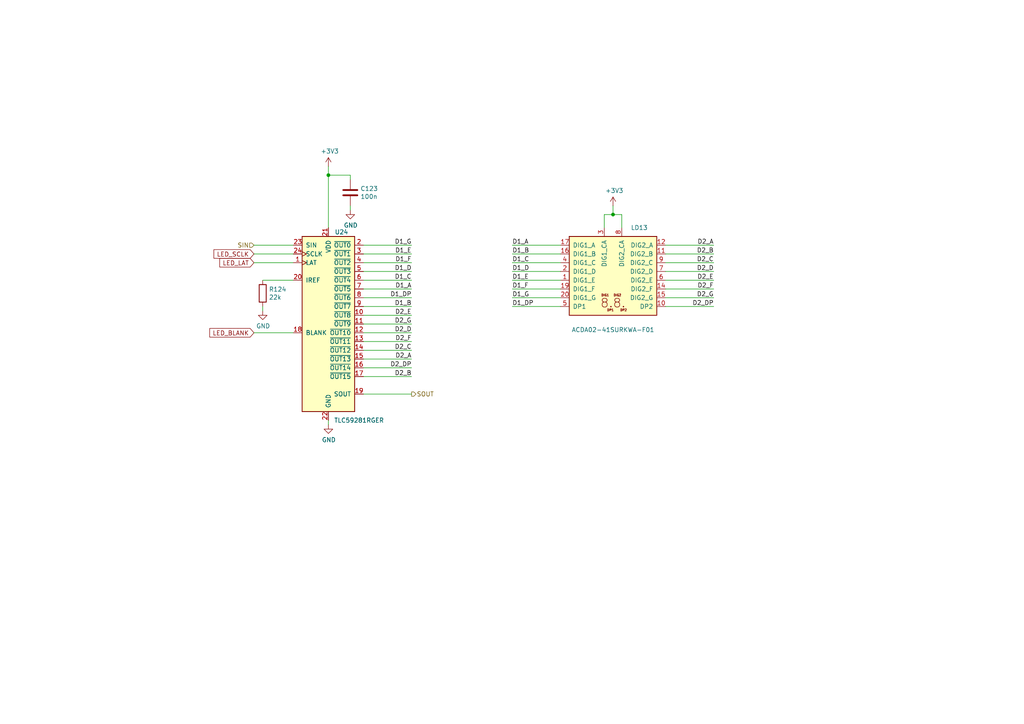
<source format=kicad_sch>
(kicad_sch (version 20210126) (generator eeschema)
  (paper "A4")
  (lib_symbols
    (symbol "Device:C" (pin_numbers hide) (pin_names (offset 0.254))
      (property "Reference" "C" (at 0.635 2.54 0))
      (property "Value" "C" (at 0.635 -2.54 0))
      (symbol "C_0_1"
        (polyline (pts (xy -2.032 -0.762) (xy 2.032 -0.762)) (stroke (width 0.508)))
        (polyline (pts (xy -2.032 0.762) (xy 2.032 0.762)) (stroke (width 0.508)))
      )
      (symbol "C_1_1"
        (pin passive line (at 0 3.81 270) (length 2.794) (name "~") (number "1"))
        (pin passive line (at 0 -3.81 90) (length 2.794) (name "~") (number "2"))
      )
    )
    (symbol "Device:R" (pin_numbers hide) (pin_names (offset 0))
      (property "Reference" "R" (at 2.032 0 90))
      (property "Value" "R" (at 0 0 90))
      (symbol "R_0_1"
        (rectangle (start -1.016 -2.54) (end 1.016 2.54) (stroke (width 0.254)))
      )
      (symbol "R_1_1"
        (pin passive line (at 0 3.81 270) (length 1.27) (name "~") (number "1"))
        (pin passive line (at 0 -3.81 90) (length 1.27) (name "~") (number "2"))
      )
    )
    (symbol "Display_WUT:ACDA02-41SURKWA-F01" (pin_names (offset 1.016))
      (property "Reference" "LD" (at 0 13.97 0))
      (property "Value" "ACDA02-41SURKWA-F01" (at 0 -11.43 0))
      (symbol "ACDA02-41SURKWA-F01_1_1"
        (text "8.8." (at 0 -6.604 0) (effects (font (size 2.54 2.54))))
        (text "DIG1" (at -2.286 -4.318 0) (effects (font (size 0.635 0.635))))
        (text "DIG2" (at 1.27 -4.318 0) (effects (font (size 0.635 0.635))))
        (text "DP1" (at -0.762 -8.636 0) (effects (font (size 0.635 0.635))))
        (text "DP2" (at 3.048 -8.636 0) (effects (font (size 0.635 0.635))))
        (rectangle (start -12.7 12.7) (end 12.7 -10.16) (stroke (width 0.254)) (fill (type background)))
        (pin input line (at -15.24 0 0) (length 2.54) (name "DIG1_E") (number "1"))
        (pin input line (at 15.24 -7.62 180) (length 2.54) (name "DP2") (number "10"))
        (pin input line (at 15.24 7.62 180) (length 2.54) (name "DIG2_B") (number "11"))
        (pin input line (at 15.24 10.16 180) (length 2.54) (name "DIG2_A") (number "12"))
        (pin input line (at 2.54 15.24 270) (length 2.54) hide (name "DIG2_CA") (number "13"))
        (pin input line (at 15.24 -2.54 180) (length 2.54) (name "DIG2_F") (number "14"))
        (pin input line (at 15.24 -5.08 180) (length 2.54) (name "DIG2_G") (number "15"))
        (pin input line (at -15.24 7.62 0) (length 2.54) (name "DIG1_B") (number "16"))
        (pin input line (at -15.24 10.16 0) (length 2.54) (name "DIG1_A") (number "17"))
        (pin input line (at -2.54 15.24 270) (length 2.54) hide (name "DIG1_CA") (number "18"))
        (pin input line (at -15.24 -2.54 0) (length 2.54) (name "DIG1_F") (number "19"))
        (pin input line (at -15.24 2.54 0) (length 2.54) (name "DIG1_D") (number "2"))
        (pin input line (at -15.24 -5.08 0) (length 2.54) (name "DIG1_G") (number "20"))
        (pin input line (at -2.54 15.24 270) (length 2.54) (name "DIG1_CA") (number "3"))
        (pin input line (at -15.24 5.08 0) (length 2.54) (name "DIG1_C") (number "4"))
        (pin input line (at -15.24 -7.62 0) (length 2.54) (name "DP1") (number "5"))
        (pin input line (at 15.24 0 180) (length 2.54) (name "DIG2_E") (number "6"))
        (pin input line (at 15.24 2.54 180) (length 2.54) (name "DIG2_D") (number "7"))
        (pin input line (at 2.54 15.24 270) (length 2.54) (name "DIG2_CA") (number "8"))
        (pin input line (at 15.24 5.08 180) (length 2.54) (name "DIG2_C") (number "9"))
      )
    )
    (symbol "IC_WUT:TLC59281RGER" (pin_names (offset 1.016))
      (property "Reference" "U" (at 3.81 26.67 0))
      (property "Value" "TLC59281RGER" (at 10.16 -26.67 0))
      (symbol "TLC59281RGER_1_1"
        (rectangle (start -7.62 25.4) (end 7.62 -25.4) (stroke (width 0.254)) (fill (type background)))
        (pin input clock (at -10.16 17.78 0) (length 2.54) (name "LAT") (number "1"))
        (pin output line (at 10.16 2.54 180) (length 2.54) (name "~OUT8") (number "10"))
        (pin output line (at 10.16 0 180) (length 2.54) (name "~OUT9") (number "11"))
        (pin output line (at 10.16 -2.54 180) (length 2.54) (name "~OUT10") (number "12"))
        (pin output line (at 10.16 -5.08 180) (length 2.54) (name "~OUT11") (number "13"))
        (pin output line (at 10.16 -7.62 180) (length 2.54) (name "~OUT12") (number "14"))
        (pin output line (at 10.16 -10.16 180) (length 2.54) (name "~OUT13") (number "15"))
        (pin output line (at 10.16 -12.7 180) (length 2.54) (name "~OUT14") (number "16"))
        (pin output line (at 10.16 -15.24 180) (length 2.54) (name "~OUT15") (number "17"))
        (pin input line (at -10.16 -2.54 0) (length 2.54) (name "BLANK") (number "18"))
        (pin output line (at 10.16 -20.32 180) (length 2.54) (name "SOUT") (number "19"))
        (pin output line (at 10.16 22.86 180) (length 2.54) (name "~OUT0") (number "2"))
        (pin passive line (at -10.16 12.7 0) (length 2.54) (name "IREF") (number "20"))
        (pin power_in line (at 0 27.94 270) (length 2.54) (name "VDD") (number "21"))
        (pin power_in line (at 0 -27.94 90) (length 2.54) (name "GND") (number "22"))
        (pin input line (at -10.16 22.86 0) (length 2.54) (name "SIN") (number "23"))
        (pin input clock (at -10.16 20.32 0) (length 2.54) (name "SCLK") (number "24"))
        (pin input line (at 0 -27.94 90) (length 2.54) hide (name "GND") (number "25"))
        (pin output line (at 10.16 20.32 180) (length 2.54) (name "~OUT1") (number "3"))
        (pin output line (at 10.16 17.78 180) (length 2.54) (name "~OUT2") (number "4"))
        (pin output line (at 10.16 15.24 180) (length 2.54) (name "~OUT3") (number "5"))
        (pin output line (at 10.16 12.7 180) (length 2.54) (name "~OUT4") (number "6"))
        (pin output line (at 10.16 10.16 180) (length 2.54) (name "~OUT5") (number "7"))
        (pin output line (at 10.16 7.62 180) (length 2.54) (name "~OUT6") (number "8"))
        (pin output line (at 10.16 5.08 180) (length 2.54) (name "~OUT7") (number "9"))
      )
    )
    (symbol "power:+3V3" (power) (pin_names (offset 0))
      (property "Value" "+3V3" (at 0 3.556 0))
      (symbol "+3V3_0_1"
        (polyline (pts (xy -0.762 1.27) (xy 0 2.54)))
        (polyline (pts (xy 0 0) (xy 0 2.54)))
        (polyline (pts (xy 0 2.54) (xy 0.762 1.27)))
      )
      (symbol "+3V3_1_1"
        (pin power_in line (at 0 0 90) (length 0) hide (name "+3V3") (number "1"))
      )
    )
    (symbol "power:GND" (power) (pin_names (offset 0))
      (property "Value" "GND" (at 0 -3.81 0))
      (symbol "GND_0_1"
        (polyline (pts (xy 0 0) (xy 0 -1.27) (xy 1.27 -1.27) (xy 0 -2.54) (xy -1.27 -1.27) (xy 0 -1.27)))
      )
      (symbol "GND_1_1"
        (pin power_in line (at 0 0 270) (length 0) hide (name "GND") (number "1"))
      )
    )
  )
  (junction (at 95.25 50.8) (diameter 0.9144))
  (junction (at 177.8 62.23) (diameter 0.9144))
  (wire (pts (xy 73.66 71.12) (xy 85.09 71.12)))
  (wire (pts (xy 73.66 73.66) (xy 85.09 73.66)))
  (wire (pts (xy 73.66 76.2) (xy 85.09 76.2)))
  (wire (pts (xy 76.2 90.17) (xy 76.2 88.9)))
  (wire (pts (xy 85.09 81.28) (xy 76.2 81.28)))
  (wire (pts (xy 85.09 96.52) (xy 73.66 96.52)))
  (wire (pts (xy 95.25 48.26) (xy 95.25 50.8)))
  (wire (pts (xy 95.25 50.8) (xy 95.25 66.04)))
  (wire (pts (xy 95.25 50.8) (xy 101.6 50.8)))
  (wire (pts (xy 95.25 123.19) (xy 95.25 121.92)))
  (wire (pts (xy 101.6 50.8) (xy 101.6 52.07)))
  (wire (pts (xy 101.6 60.96) (xy 101.6 59.69)))
  (wire (pts (xy 105.41 71.12) (xy 119.38 71.12)))
  (wire (pts (xy 105.41 73.66) (xy 119.38 73.66)))
  (wire (pts (xy 105.41 76.2) (xy 119.38 76.2)))
  (wire (pts (xy 105.41 78.74) (xy 119.38 78.74)))
  (wire (pts (xy 105.41 81.28) (xy 119.38 81.28)))
  (wire (pts (xy 105.41 83.82) (xy 119.38 83.82)))
  (wire (pts (xy 105.41 86.36) (xy 119.38 86.36)))
  (wire (pts (xy 105.41 88.9) (xy 119.38 88.9)))
  (wire (pts (xy 105.41 91.44) (xy 119.38 91.44)))
  (wire (pts (xy 105.41 93.98) (xy 119.38 93.98)))
  (wire (pts (xy 105.41 96.52) (xy 119.38 96.52)))
  (wire (pts (xy 105.41 99.06) (xy 119.38 99.06)))
  (wire (pts (xy 105.41 101.6) (xy 119.38 101.6)))
  (wire (pts (xy 105.41 104.14) (xy 119.38 104.14)))
  (wire (pts (xy 105.41 106.68) (xy 119.38 106.68)))
  (wire (pts (xy 105.41 109.22) (xy 119.38 109.22)))
  (wire (pts (xy 119.38 114.3) (xy 105.41 114.3)))
  (wire (pts (xy 162.56 71.12) (xy 148.59 71.12)))
  (wire (pts (xy 162.56 73.66) (xy 148.59 73.66)))
  (wire (pts (xy 162.56 76.2) (xy 148.59 76.2)))
  (wire (pts (xy 162.56 78.74) (xy 148.59 78.74)))
  (wire (pts (xy 162.56 81.28) (xy 148.59 81.28)))
  (wire (pts (xy 162.56 83.82) (xy 148.59 83.82)))
  (wire (pts (xy 162.56 86.36) (xy 148.59 86.36)))
  (wire (pts (xy 162.56 88.9) (xy 148.59 88.9)))
  (wire (pts (xy 175.26 62.23) (xy 175.26 66.04)))
  (wire (pts (xy 177.8 59.69) (xy 177.8 62.23)))
  (wire (pts (xy 177.8 62.23) (xy 175.26 62.23)))
  (wire (pts (xy 177.8 62.23) (xy 180.34 62.23)))
  (wire (pts (xy 180.34 62.23) (xy 180.34 66.04)))
  (wire (pts (xy 193.04 71.12) (xy 207.01 71.12)))
  (wire (pts (xy 193.04 73.66) (xy 207.01 73.66)))
  (wire (pts (xy 193.04 76.2) (xy 207.01 76.2)))
  (wire (pts (xy 193.04 78.74) (xy 207.01 78.74)))
  (wire (pts (xy 193.04 81.28) (xy 207.01 81.28)))
  (wire (pts (xy 193.04 83.82) (xy 207.01 83.82)))
  (wire (pts (xy 193.04 86.36) (xy 207.01 86.36)))
  (wire (pts (xy 193.04 88.9) (xy 207.01 88.9)))
  (label "D1_G" (at 119.38 71.12 180))
  (label "D1_E" (at 119.38 73.66 180))
  (label "D1_F" (at 119.38 76.2 180))
  (label "D1_D" (at 119.38 78.74 180))
  (label "D1_C" (at 119.38 81.28 180))
  (label "D1_A" (at 119.38 83.82 180))
  (label "D1_DP" (at 119.38 86.36 180))
  (label "D1_B" (at 119.38 88.9 180))
  (label "D2_E" (at 119.38 91.44 180))
  (label "D2_G" (at 119.38 93.98 180))
  (label "D2_D" (at 119.38 96.52 180))
  (label "D2_F" (at 119.38 99.06 180))
  (label "D2_C" (at 119.38 101.6 180))
  (label "D2_A" (at 119.38 104.14 180))
  (label "D2_DP" (at 119.38 106.68 180))
  (label "D2_B" (at 119.38 109.22 180))
  (label "D1_A" (at 148.59 71.12 0))
  (label "D1_B" (at 148.59 73.66 0))
  (label "D1_C" (at 148.59 76.2 0))
  (label "D1_D" (at 148.59 78.74 0))
  (label "D1_E" (at 148.59 81.28 0))
  (label "D1_F" (at 148.59 83.82 0))
  (label "D1_G" (at 148.59 86.36 0))
  (label "D1_DP" (at 148.59 88.9 0))
  (label "D2_A" (at 207.01 71.12 180))
  (label "D2_B" (at 207.01 73.66 180))
  (label "D2_C" (at 207.01 76.2 180))
  (label "D2_D" (at 207.01 78.74 180))
  (label "D2_E" (at 207.01 81.28 180))
  (label "D2_F" (at 207.01 83.82 180))
  (label "D2_G" (at 207.01 86.36 180))
  (label "D2_DP" (at 207.01 88.9 180))
  (global_label "LED_SCLK" (shape input) (at 73.66 73.66 180) (property "Intersheet References" "${INTERSHEET_REFS}" (effects hide)))
  (global_label "LED_LAT" (shape input) (at 73.66 76.2 180) (property "Intersheet References" "${INTERSHEET_REFS}" (effects hide)))
  (global_label "LED_BLANK" (shape input) (at 73.66 96.52 180) (property "Intersheet References" "${INTERSHEET_REFS}" (effects hide)))
  (hierarchical_label "SIN" (shape input) (at 73.66 71.12 180))
  (hierarchical_label "SOUT" (shape output) (at 119.38 114.3 0))
  (symbol (lib_id "power:+3V3") (at 95.25 48.26 0)
    (property "Reference" "#PWR0211" (effects hide))
    (property "Value" "+3V3" (at 95.631 43.8658 0))
  )
  (symbol (lib_id "power:+3V3") (at 177.8 59.69 0)
    (property "Reference" "#PWR0212" (effects hide))
    (property "Value" "+3V3" (at 178.181 55.2958 0))
  )
  (symbol (lib_id "power:GND") (at 76.2 90.17 0)
    (property "Reference" "#PWR0214" (effects hide))
    (property "Value" "GND" (at 76.327 94.5642 0))
  )
  (symbol (lib_id "power:GND") (at 95.25 123.19 0)
    (property "Reference" "#PWR0215" (effects hide))
    (property "Value" "GND" (at 95.377 127.5842 0))
  )
  (symbol (lib_id "power:GND") (at 101.6 60.96 0)
    (property "Reference" "#PWR0213" (effects hide))
    (property "Value" "GND" (at 101.727 65.3542 0))
  )
  (symbol (lib_id "Device:R") (at 76.2 85.09 0)
    (property "Reference" "R124" (at 77.978 83.9216 0) (effects (justify left)))
    (property "Value" "22k" (at 77.978 86.233 0) (effects (justify left)))
    (property "Footprint" "Resistor_SMD:R_0603_1608Metric" (effects hide))
  )
  (symbol (lib_id "Device:C") (at 101.6 55.88 0)
    (property "Reference" "C123" (at 104.521 54.7116 0) (effects (justify left)))
    (property "Value" "100n" (at 104.521 57.023 0) (effects (justify left)))
    (property "Footprint" "Capacitor_SMD:C_0603_1608Metric" (effects hide))
  )
  (symbol (lib_id "Display_WUT:ACDA02-41SURKWA-F01") (at 177.8 81.28 0)
    (property "Reference" "LD13" (at 185.42 66.04 0))
    (property "Value" "ACDA02-41SURKWA-F01" (at 177.8 95.6564 0))
    (property "Footprint" "Display_WUT:ACDA02-41SURKWA-F01" (effects hide))
    (property "Datasheet" "http://www.kingbrightusa.com/images/catalog/SPEC/ACDA02-41SURKWA-F01.pdf" (effects hide))
  )
  (symbol (lib_id "IC_WUT:TLC59281RGER") (at 95.25 93.98 0)
    (property "Reference" "U24" (at 99.06 67.31 0))
    (property "Value" "TLC59281RGER" (at 104.14 121.92 0))
    (property "Footprint" "Package_DFN_QFN:QFN-24-1EP_4x4mm_P0.5mm_EP2.6x2.6mm" (effects hide))
    (property "Datasheet" "http://www.ti.com/lit/ds/symlink/tlc59281.pdf" (effects hide))
  )
)
</source>
